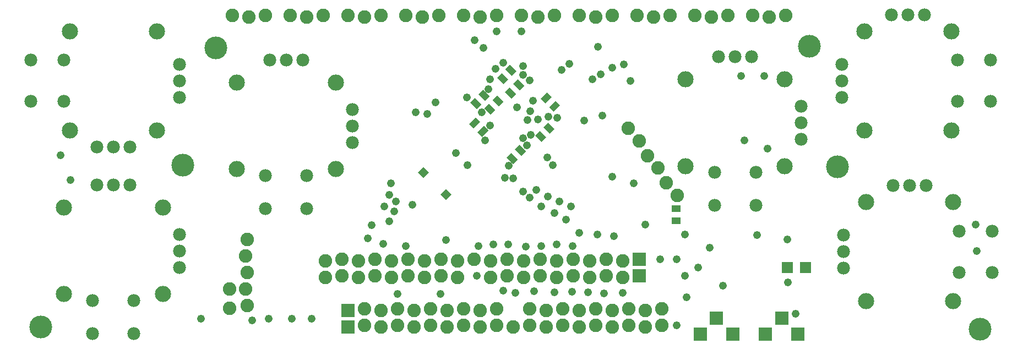
<source format=gbs>
G75*
G70*
%OFA0B0*%
%FSLAX24Y24*%
%IPPOS*%
%LPD*%
%AMOC8*
5,1,8,0,0,1.08239X$1,22.5*
%
%ADD10R,0.0395X0.0552*%
%ADD11R,0.0477X0.0477*%
%ADD12C,0.0980*%
%ADD13C,0.0780*%
%ADD14C,0.0820*%
%ADD15R,0.0552X0.0395*%
%ADD16R,0.0674X0.0674*%
%ADD17R,0.0789X0.0789*%
%ADD18R,0.0820X0.0820*%
%ADD19C,0.1380*%
%ADD20C,0.0476*%
D10*
G36*
X035675Y019525D02*
X035396Y019246D01*
X035007Y019635D01*
X035286Y019914D01*
X035675Y019525D01*
G37*
G36*
X036176Y020026D02*
X035897Y019747D01*
X035508Y020136D01*
X035787Y020415D01*
X036176Y020026D01*
G37*
G36*
X037380Y020862D02*
X037101Y020583D01*
X036712Y020972D01*
X036991Y021251D01*
X037380Y020862D01*
G37*
G36*
X037881Y021363D02*
X037602Y021084D01*
X037213Y021473D01*
X037492Y021752D01*
X037881Y021363D01*
G37*
G36*
X037848Y022413D02*
X037569Y022692D01*
X037958Y023081D01*
X038237Y022802D01*
X037848Y022413D01*
G37*
G36*
X037347Y022914D02*
X037068Y023193D01*
X037457Y023582D01*
X037736Y023303D01*
X037347Y022914D01*
G37*
G36*
X036075Y023986D02*
X035796Y023707D01*
X035407Y024096D01*
X035686Y024375D01*
X036075Y023986D01*
G37*
G36*
X035574Y023485D02*
X035295Y023206D01*
X034906Y023595D01*
X035185Y023874D01*
X035574Y023485D01*
G37*
G36*
X034136Y023125D02*
X034415Y023404D01*
X034804Y023015D01*
X034525Y022736D01*
X034136Y023125D01*
G37*
G36*
X033974Y023352D02*
X033695Y023073D01*
X033306Y023462D01*
X033585Y023741D01*
X033974Y023352D01*
G37*
G36*
X033473Y022851D02*
X033194Y022572D01*
X032805Y022961D01*
X033084Y023240D01*
X033473Y022851D01*
G37*
G36*
X033635Y022624D02*
X033914Y022903D01*
X034303Y022514D01*
X034024Y022235D01*
X033635Y022624D01*
G37*
G36*
X033110Y022061D02*
X033389Y021782D01*
X033000Y021393D01*
X032721Y021672D01*
X033110Y022061D01*
G37*
G36*
X033611Y021560D02*
X033890Y021281D01*
X033501Y020892D01*
X033222Y021171D01*
X033611Y021560D01*
G37*
G36*
X034417Y024480D02*
X034696Y024759D01*
X035085Y024370D01*
X034806Y024091D01*
X034417Y024480D01*
G37*
G36*
X034918Y024981D02*
X035197Y025260D01*
X035586Y024871D01*
X035307Y024592D01*
X034918Y024981D01*
G37*
D11*
G36*
X029964Y018419D02*
X029628Y018755D01*
X029964Y019091D01*
X030300Y018755D01*
X029964Y018419D01*
G37*
G36*
X031323Y017061D02*
X030987Y017397D01*
X031323Y017733D01*
X031659Y017397D01*
X031323Y017061D01*
G37*
D12*
X024652Y018927D03*
X018652Y018927D03*
X014191Y016615D03*
X008191Y016615D03*
X008566Y021290D03*
X013816Y021290D03*
X018652Y024177D03*
X013816Y027290D03*
X008566Y027290D03*
X024652Y024177D03*
X045839Y024374D03*
X051839Y024374D03*
X056666Y027290D03*
X061916Y027290D03*
X061916Y021290D03*
X056666Y021290D03*
X051839Y019124D03*
X056766Y016936D03*
X062016Y016936D03*
X062016Y010936D03*
X056766Y010936D03*
X045839Y019124D03*
X014191Y011365D03*
X008191Y011365D03*
D13*
X009941Y008990D03*
X012441Y008990D03*
X012441Y010990D03*
X009941Y010990D03*
X015191Y012990D03*
X015191Y013990D03*
X015191Y014990D03*
X020402Y016552D03*
X022902Y016552D03*
X022902Y018552D03*
X020402Y018552D03*
X025652Y020552D03*
X025652Y021552D03*
X025652Y022552D03*
X022652Y025552D03*
X021652Y025552D03*
X020652Y025552D03*
X015191Y025290D03*
X015191Y024290D03*
X015191Y023290D03*
X012191Y020290D03*
X011191Y020290D03*
X010191Y020290D03*
X010191Y017990D03*
X011191Y017990D03*
X012191Y017990D03*
X008191Y023040D03*
X006191Y023040D03*
X006191Y025540D03*
X008191Y025540D03*
X047839Y025749D03*
X048839Y025749D03*
X049839Y025749D03*
X055291Y025290D03*
X055291Y024290D03*
X055291Y023290D03*
X052839Y022749D03*
X052839Y021749D03*
X052839Y020749D03*
X050089Y018749D03*
X047589Y018749D03*
X047589Y016749D03*
X050089Y016749D03*
X055391Y014936D03*
X055391Y013936D03*
X055391Y012936D03*
X062391Y012686D03*
X064391Y012686D03*
X064391Y015186D03*
X062391Y015186D03*
X060391Y017936D03*
X059391Y017936D03*
X058391Y017936D03*
X062291Y023040D03*
X064291Y023040D03*
X064291Y025540D03*
X062291Y025540D03*
X060291Y028290D03*
X059291Y028290D03*
X058291Y028290D03*
D14*
X051891Y028240D03*
X050891Y028140D03*
X049891Y028240D03*
X048391Y028240D03*
X047391Y028140D03*
X046391Y028240D03*
X044891Y028240D03*
X043891Y028140D03*
X042891Y028240D03*
X041391Y028240D03*
X040391Y028140D03*
X039391Y028240D03*
X037891Y028240D03*
X036891Y028140D03*
X035891Y028240D03*
X034391Y028240D03*
X033391Y028140D03*
X032391Y028240D03*
X030891Y028240D03*
X029891Y028140D03*
X028891Y028240D03*
X027391Y028240D03*
X026391Y028140D03*
X025391Y028240D03*
X023891Y028240D03*
X022891Y028140D03*
X021891Y028240D03*
X020391Y028240D03*
X019391Y028140D03*
X018391Y028240D03*
X042372Y021394D03*
X043027Y020632D03*
X043519Y019756D03*
X044174Y018994D03*
X044666Y018117D03*
X045321Y017356D03*
X042039Y013390D03*
X041039Y013490D03*
X040039Y013390D03*
X039039Y013490D03*
X038039Y013390D03*
X037039Y013490D03*
X036039Y013390D03*
X035039Y013490D03*
X034039Y013390D03*
X033039Y013490D03*
X032039Y013390D03*
X031039Y013490D03*
X030039Y013390D03*
X029039Y013490D03*
X028039Y013390D03*
X027039Y013490D03*
X026039Y013390D03*
X025039Y013490D03*
X024039Y013390D03*
X024039Y012390D03*
X025039Y012490D03*
X026039Y012390D03*
X027039Y012490D03*
X028039Y012390D03*
X029039Y012490D03*
X030039Y012390D03*
X031039Y012490D03*
X032039Y012390D03*
X034039Y012390D03*
X035039Y012490D03*
X036039Y012390D03*
X037039Y012490D03*
X038039Y012390D03*
X039039Y012490D03*
X040039Y012390D03*
X041039Y012490D03*
X042039Y012390D03*
X042377Y010480D03*
X043377Y010380D03*
X044377Y010480D03*
X044377Y009480D03*
X043377Y009380D03*
X042377Y009480D03*
X041377Y009380D03*
X040377Y009480D03*
X039377Y009380D03*
X038377Y009480D03*
X037377Y009380D03*
X036377Y009480D03*
X035377Y009380D03*
X034377Y009480D03*
X033377Y009380D03*
X032377Y009480D03*
X031377Y009380D03*
X030377Y009480D03*
X029377Y009380D03*
X028377Y009480D03*
X027377Y009380D03*
X026377Y009480D03*
X026377Y010480D03*
X027377Y010380D03*
X028377Y010480D03*
X029377Y010380D03*
X030377Y010480D03*
X031377Y010380D03*
X032377Y010480D03*
X033377Y010380D03*
X034377Y010480D03*
X036377Y010480D03*
X037377Y010380D03*
X038377Y010480D03*
X039377Y010380D03*
X040377Y010480D03*
X041377Y010380D03*
X019299Y010674D03*
X018241Y010520D03*
X018241Y011660D03*
X019199Y011674D03*
X019299Y012674D03*
X019199Y013674D03*
X019299Y014674D03*
D15*
X045276Y015822D03*
X045276Y016530D03*
D16*
X051985Y012986D03*
X053103Y012986D03*
D17*
X051654Y009926D03*
X052638Y008941D03*
X050669Y008941D03*
X048680Y008941D03*
X047696Y009926D03*
X046712Y008941D03*
D18*
X043039Y012490D03*
X043039Y013490D03*
X025377Y010380D03*
X025377Y009380D03*
D19*
X006803Y009373D03*
X015403Y019173D03*
X017386Y026263D03*
X053313Y026370D03*
X055013Y019070D03*
X063656Y009254D03*
D20*
X063461Y013960D03*
X063391Y015590D03*
X052491Y010190D03*
X052011Y012070D03*
X048091Y011890D03*
X046591Y012990D03*
X045791Y012490D03*
X045291Y013490D03*
X044291Y013490D03*
X047291Y014190D03*
X045791Y014990D03*
X043391Y015590D03*
X041491Y014890D03*
X040491Y014990D03*
X039391Y015090D03*
X038991Y014290D03*
X038011Y014380D03*
X037091Y014290D03*
X036161Y014230D03*
X035091Y014390D03*
X034191Y014390D03*
X033291Y014290D03*
X031341Y014650D03*
X028891Y014290D03*
X027521Y014420D03*
X026591Y014740D03*
X026841Y015540D03*
X027891Y015790D03*
X028191Y016390D03*
X027591Y016690D03*
X028291Y016990D03*
X027891Y017390D03*
X027981Y018070D03*
X029291Y016790D03*
X032641Y019160D03*
X031931Y019900D03*
X033691Y020690D03*
X033991Y021590D03*
X033491Y022390D03*
X032591Y023290D03*
X033891Y023790D03*
X033991Y024390D03*
X034341Y025000D03*
X034791Y025390D03*
X035991Y025190D03*
X035991Y024644D03*
X036391Y024320D03*
X036581Y023080D03*
X036431Y022440D03*
X035631Y022660D03*
X036251Y021910D03*
X036901Y021950D03*
X037511Y022100D03*
X038071Y022050D03*
X039691Y021890D03*
X040791Y022190D03*
X042491Y024290D03*
X042091Y025290D03*
X041391Y025090D03*
X040691Y024690D03*
X040191Y024390D03*
X038791Y025320D03*
X038311Y024940D03*
X040511Y026350D03*
X035881Y027270D03*
X034391Y027290D03*
X033051Y026730D03*
X033591Y026290D03*
X030691Y022990D03*
X029491Y022390D03*
X030191Y022290D03*
X035981Y020810D03*
X036231Y020360D03*
X036471Y021020D03*
X037471Y019640D03*
X037791Y019170D03*
X036791Y017690D03*
X037491Y017290D03*
X038191Y016990D03*
X038891Y016690D03*
X037891Y016290D03*
X037091Y016690D03*
X036401Y017210D03*
X035991Y017590D03*
X035391Y018390D03*
X034891Y018400D03*
X035111Y019140D03*
X041391Y018490D03*
X042691Y018090D03*
X038601Y015860D03*
X033191Y012490D03*
X034791Y011590D03*
X035531Y011450D03*
X036671Y011550D03*
X037891Y011490D03*
X038951Y011500D03*
X039921Y011480D03*
X040891Y011410D03*
X042021Y011430D03*
X045291Y009490D03*
X045891Y011190D03*
X051991Y014690D03*
X050151Y014934D03*
X050791Y020190D03*
X049391Y020690D03*
X049191Y024590D03*
X050591Y024590D03*
X030991Y011390D03*
X028391Y011390D03*
X023191Y009890D03*
X021991Y009890D03*
X020591Y009890D03*
X019591Y009790D03*
X016491Y009890D03*
X008591Y018290D03*
X007991Y019790D03*
M02*

</source>
